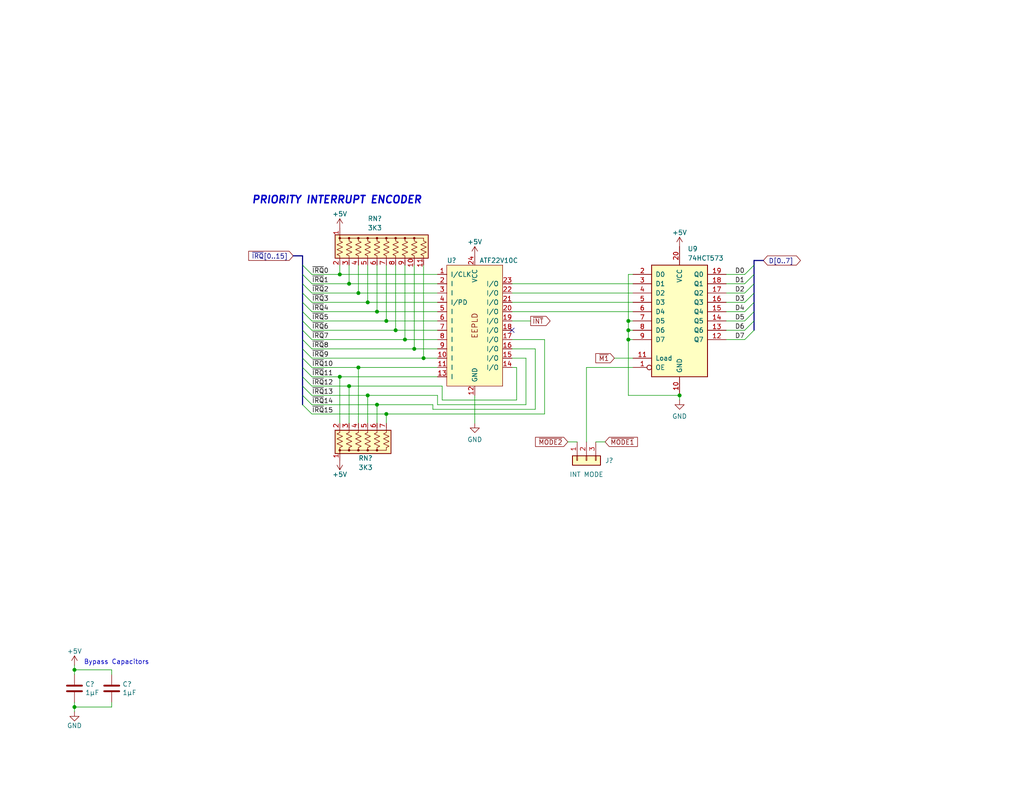
<source format=kicad_sch>
(kicad_sch (version 20230121) (generator eeschema)
  (paper "USLetter")
  (title_block (title "Priority Interrupt Encoder") (date "2023-09-08") (rev "2.12") (company "Frédéric Segard") (comment 1 "@microhobbyist") (comment 4 "Thank you to John Winans for his inspiration, as well as Grant Searle and Sergey Kiselev"))
  (lib_symbols
    (symbol "+5V_1" (power) (pin_names (offset 0))
      (property "Value" "+5V_1" (at 0 3.556 0))
      (symbol "+5V_1_0_1"
        (polyline (pts (xy -0.762 1.27) (xy 0 2.54)))
        (polyline (pts (xy 0 0) (xy 0 2.54)))
        (polyline (pts (xy 0 2.54) (xy 0.762 1.27)))
      )
      (symbol "+5V_1_1_1"
        (pin power_in line (at 0 0 90) (length 0) hide (name "+5V") (number "1"))
      )
    )
    (symbol "0_Library:ATF22V10C" (pin_names (offset 1.016))
      (property "Reference" "U" (at -7.62 0 0))
      (property "Value" "ATF22V10C" (at 1.27 0 0))
      (symbol "ATF22V10C_0_0"
        (text "EEPLD" (at 0 -17.78 900) (effects (font (size 1.4986 1.4986))))
      )
      (symbol "ATF22V10C_0_1"
        (rectangle (start -7.62 -1.27) (end 7.62 -34.29) (fill (type background)))
      )
      (symbol "ATF22V10C_1_1"
        (pin input line (at -10.16 -3.81 0) (length 2.54) (name "I/CLK") (number "1"))
        (pin input line (at -10.16 -26.67 0) (length 2.54) (name "I") (number "10"))
        (pin input line (at -10.16 -29.21 0) (length 2.54) (name "I") (number "11"))
        (pin power_in line (at 0 -36.83 90) (length 2.54) (name "GND") (number "12"))
        (pin input line (at -10.16 -31.75 0) (length 2.54) (name "I") (number "13"))
        (pin bidirectional line (at 10.16 -29.21 180) (length 2.54) (name "I/O") (number "14"))
        (pin bidirectional line (at 10.16 -26.67 180) (length 2.54) (name "I/O") (number "15"))
        (pin bidirectional line (at 10.16 -24.13 180) (length 2.54) (name "I/O") (number "16"))
        (pin bidirectional line (at 10.16 -21.59 180) (length 2.54) (name "I/O") (number "17"))
        (pin bidirectional line (at 10.16 -19.05 180) (length 2.54) (name "I/O") (number "18"))
        (pin bidirectional line (at 10.16 -16.51 180) (length 2.54) (name "I/O") (number "19"))
        (pin input line (at -10.16 -6.35 0) (length 2.54) (name "I") (number "2"))
        (pin bidirectional line (at 10.16 -13.97 180) (length 2.54) (name "I/O") (number "20"))
        (pin bidirectional line (at 10.16 -11.43 180) (length 2.54) (name "I/O") (number "21"))
        (pin bidirectional line (at 10.16 -8.89 180) (length 2.54) (name "I/O") (number "22"))
        (pin bidirectional line (at 10.16 -6.35 180) (length 2.54) (name "I/O") (number "23"))
        (pin power_in line (at 0 1.27 270) (length 2.54) (name "VCC") (number "24"))
        (pin input line (at -10.16 -8.89 0) (length 2.54) (name "I") (number "3"))
        (pin input line (at -10.16 -11.43 0) (length 2.54) (name "I/PD") (number "4"))
        (pin input line (at -10.16 -13.97 0) (length 2.54) (name "I") (number "5"))
        (pin input line (at -10.16 -16.51 0) (length 2.54) (name "I") (number "6"))
        (pin input line (at -10.16 -19.05 0) (length 2.54) (name "I") (number "7"))
        (pin input line (at -10.16 -21.59 0) (length 2.54) (name "I") (number "8"))
        (pin input line (at -10.16 -24.13 0) (length 2.54) (name "I") (number "9"))
      )
    )
    (symbol "74xx:74LS573" (pin_names (offset 1.016))
      (property "Reference" "U" (at -7.62 16.51 0))
      (property "Value" "74LS573" (at -7.62 -16.51 0))
      (symbol "74LS573_1_0"
        (pin input inverted (at -12.7 -12.7 0) (length 5.08) (name "OE") (number "1"))
        (pin power_in line (at 0 -20.32 90) (length 5.08) (name "GND") (number "10"))
        (pin input line (at -12.7 -10.16 0) (length 5.08) (name "Load") (number "11"))
        (pin tri_state line (at 12.7 -5.08 180) (length 5.08) (name "Q7") (number "12"))
        (pin tri_state line (at 12.7 -2.54 180) (length 5.08) (name "Q6") (number "13"))
        (pin tri_state line (at 12.7 0 180) (length 5.08) (name "Q5") (number "14"))
        (pin tri_state line (at 12.7 2.54 180) (length 5.08) (name "Q4") (number "15"))
        (pin tri_state line (at 12.7 5.08 180) (length 5.08) (name "Q3") (number "16"))
        (pin tri_state line (at 12.7 7.62 180) (length 5.08) (name "Q2") (number "17"))
        (pin tri_state line (at 12.7 10.16 180) (length 5.08) (name "Q1") (number "18"))
        (pin tri_state line (at 12.7 12.7 180) (length 5.08) (name "Q0") (number "19"))
        (pin input line (at -12.7 12.7 0) (length 5.08) (name "D0") (number "2"))
        (pin power_in line (at 0 20.32 270) (length 5.08) (name "VCC") (number "20"))
        (pin input line (at -12.7 10.16 0) (length 5.08) (name "D1") (number "3"))
        (pin input line (at -12.7 7.62 0) (length 5.08) (name "D2") (number "4"))
        (pin input line (at -12.7 5.08 0) (length 5.08) (name "D3") (number "5"))
        (pin input line (at -12.7 2.54 0) (length 5.08) (name "D4") (number "6"))
        (pin input line (at -12.7 0 0) (length 5.08) (name "D5") (number "7"))
        (pin input line (at -12.7 -2.54 0) (length 5.08) (name "D6") (number "8"))
        (pin input line (at -12.7 -5.08 0) (length 5.08) (name "D7") (number "9"))
      )
      (symbol "74LS573_1_1"
        (rectangle (start -7.62 15.24) (end 7.62 -15.24) (stroke (width 0.254)) (fill (type background)))
      )
    )
    (symbol "Connector_Generic:Conn_01x03" (pin_names (offset 1.016) hide)
      (property "Reference" "J" (at 0 5.08 0))
      (property "Value" "Conn_01x03" (at 0 -5.08 0))
      (symbol "Conn_01x03_1_1"
        (rectangle (start -1.27 -2.413) (end 0 -2.667) (stroke (width 0.1524)))
        (rectangle (start -1.27 0.127) (end 0 -0.127) (stroke (width 0.1524)))
        (rectangle (start -1.27 2.667) (end 0 2.413) (stroke (width 0.1524)))
        (rectangle (start -1.27 3.81) (end 1.27 -3.81) (stroke (width 0.254)) (fill (type background)))
        (pin passive line (at -5.08 2.54 0) (length 3.81) (name "Pin_1") (number "1"))
        (pin passive line (at -5.08 0 0) (length 3.81) (name "Pin_2") (number "2"))
        (pin passive line (at -5.08 -2.54 0) (length 3.81) (name "Pin_3") (number "3"))
      )
    )
    (symbol "Device:C" (pin_numbers hide) (pin_names (offset 0.254))
      (property "Reference" "C" (at 0.635 2.54 0))
      (property "Value" "C" (at 0.635 -2.54 0))
      (symbol "C_0_1"
        (polyline (pts (xy -2.032 -0.762) (xy 2.032 -0.762)) (stroke (width 0.508)))
        (polyline (pts (xy -2.032 0.762) (xy 2.032 0.762)) (stroke (width 0.508)))
      )
      (symbol "C_1_1"
        (pin passive line (at 0 3.81 270) (length 2.794) (name "~") (number "1"))
        (pin passive line (at 0 -3.81 90) (length 2.794) (name "~") (number "2"))
      )
    )
    (symbol "Device:R_Network06_US" (pin_names (offset 0) hide)
      (property "Reference" "RN" (at -10.16 0 90))
      (property "Value" "R_Network06_US" (at 7.62 0 90))
      (symbol "R_Network06_US_0_1"
        (rectangle (start -8.89 -3.175) (end 6.35 3.175) (stroke (width 0.254)) (fill (type background)))
        (circle (center -7.62 2.286) (radius 0.254) (fill (type outline)))
        (circle (center -5.08 2.286) (radius 0.254) (fill (type outline)))
        (circle (center -2.54 2.286) (radius 0.254) (fill (type outline)))
        (polyline (pts (xy -7.62 2.286) (xy 5.08 2.286)))
        (polyline (pts (xy -7.62 2.286) (xy -7.62 1.524) (xy -6.858 1.1684) (xy -8.382 0.508) (xy -6.858 -0.1524) (xy -8.382 -0.8382) (xy -6.858 -1.524) (xy -8.382 -2.1844) (xy -7.62 -2.54) (xy -7.62 -3.81)))
        (polyline (pts (xy -5.08 2.286) (xy -5.08 1.524) (xy -4.318 1.1684) (xy -5.842 0.508) (xy -4.318 -0.1524) (xy -5.842 -0.8382) (xy -4.318 -1.524) (xy -5.842 -2.1844) (xy -5.08 -2.54) (xy -5.08 -3.81)))
        (polyline (pts (xy -2.54 2.286) (xy -2.54 1.524) (xy -1.778 1.1684) (xy -3.302 0.508) (xy -1.778 -0.1524) (xy -3.302 -0.8382) (xy -1.778 -1.524) (xy -3.302 -2.1844) (xy -2.54 -2.54) (xy -2.54 -3.81)))
        (polyline (pts (xy 0 2.286) (xy 0 1.524) (xy 0.762 1.1684) (xy -0.762 0.508) (xy 0.762 -0.1524) (xy -0.762 -0.8382) (xy 0.762 -1.524) (xy -0.762 -2.1844) (xy 0 -2.54) (xy 0 -3.81)))
        (polyline (pts (xy 2.54 2.286) (xy 2.54 1.524) (xy 3.302 1.1684) (xy 1.778 0.508) (xy 3.302 -0.1524) (xy 1.778 -0.8382) (xy 3.302 -1.524) (xy 1.778 -2.1844) (xy 2.54 -2.54) (xy 2.54 -3.81)))
        (polyline (pts (xy 5.08 2.286) (xy 5.08 1.524) (xy 5.842 1.1684) (xy 4.318 0.508) (xy 5.842 -0.1524) (xy 4.318 -0.8382) (xy 5.842 -1.524) (xy 4.318 -2.1844) (xy 5.08 -2.54) (xy 5.08 -3.81)))
        (circle (center 0 2.286) (radius 0.254) (fill (type outline)))
        (circle (center 2.54 2.286) (radius 0.254) (fill (type outline)))
      )
      (symbol "R_Network06_US_1_1"
        (pin passive line (at -7.62 5.08 270) (length 2.54) (name "common") (number "1"))
        (pin passive line (at -7.62 -5.08 90) (length 1.27) (name "R1") (number "2"))
        (pin passive line (at -5.08 -5.08 90) (length 1.27) (name "R2") (number "3"))
        (pin passive line (at -2.54 -5.08 90) (length 1.27) (name "R3") (number "4"))
        (pin passive line (at 0 -5.08 90) (length 1.27) (name "R4") (number "5"))
        (pin passive line (at 2.54 -5.08 90) (length 1.27) (name "R5") (number "6"))
        (pin passive line (at 5.08 -5.08 90) (length 1.27) (name "R6") (number "7"))
      )
    )
    (symbol "Device:R_Network10_US" (pin_names (offset 0) hide)
      (property "Reference" "RN" (at -15.24 0 90))
      (property "Value" "R_Network10_US" (at 12.7 0 90))
      (symbol "R_Network10_US_0_1"
        (rectangle (start -13.97 -3.175) (end 11.43 3.175) (stroke (width 0.254)) (fill (type background)))
        (circle (center -12.7 2.286) (radius 0.254) (fill (type outline)))
        (circle (center -10.16 2.286) (radius 0.254) (fill (type outline)))
        (circle (center -7.62 2.286) (radius 0.254) (fill (type outline)))
        (circle (center -5.08 2.286) (radius 0.254) (fill (type outline)))
        (circle (center -2.54 2.286) (radius 0.254) (fill (type outline)))
        (polyline (pts (xy -12.7 2.286) (xy 10.16 2.286)))
        (polyline (pts (xy -12.7 2.286) (xy -12.7 1.524) (xy -11.938 1.1684) (xy -13.462 0.508) (xy -11.938 -0.1524) (xy -13.462 -0.8382) (xy -11.938 -1.524) (xy -13.462 -2.1844) (xy -12.7 -2.54) (xy -12.7 -3.81)))
        (polyline (pts (xy -10.16 2.286) (xy -10.16 1.524) (xy -9.398 1.1684) (xy -10.922 0.508) (xy -9.398 -0.1524) (xy -10.922 -0.8382) (xy -9.398 -1.524) (xy -10.922 -2.1844) (xy -10.16 -2.54) (xy -10.16 -3.81)))
        (polyline (pts (xy -7.62 2.286) (xy -7.62 1.524) (xy -6.858 1.1684) (xy -8.382 0.508) (xy -6.858 -0.1524) (xy -8.382 -0.8382) (xy -6.858 -1.524) (xy -8.382 -2.1844) (xy -7.62 -2.54) (xy -7.62 -3.81)))
        (polyline (pts (xy -5.08 2.286) (xy -5.08 1.524) (xy -4.318 1.1684) (xy -5.842 0.508) (xy -4.318 -0.1524) (xy -5.842 -0.8382) (xy -4.318 -1.524) (xy -5.842 -2.1844) (xy -5.08 -2.54) (xy -5.08 -3.81)))
        (polyline (pts (xy -2.54 2.286) (xy -2.54 1.524) (xy -1.778 1.1684) (xy -3.302 0.508) (xy -1.778 -0.1524) (xy -3.302 -0.8382) (xy -1.778 -1.524) (xy -3.302 -2.1844) (xy -2.54 -2.54) (xy -2.54 -3.81)))
        (polyline (pts (xy 0 2.286) (xy 0 1.524) (xy 0.762 1.1684) (xy -0.762 0.508) (xy 0.762 -0.1524) (xy -0.762 -0.8382) (xy 0.762 -1.524) (xy -0.762 -2.1844) (xy 0 -2.54) (xy 0 -3.81)))
        (polyline (pts (xy 2.54 2.286) (xy 2.54 1.524) (xy 3.302 1.1684) (xy 1.778 0.508) (xy 3.302 -0.1524) (xy 1.778 -0.8382) (xy 3.302 -1.524) (xy 1.778 -2.1844) (xy 2.54 -2.54) (xy 2.54 -3.81)))
        (polyline (pts (xy 5.08 2.286) (xy 5.08 1.524) (xy 5.842 1.1684) (xy 4.318 0.508) (xy 5.842 -0.1524) (xy 4.318 -0.8382) (xy 5.842 -1.524) (xy 4.318 -2.1844) (xy 5.08 -2.54) (xy 5.08 -3.81)))
        (polyline (pts (xy 7.62 2.286) (xy 7.62 1.524) (xy 8.382 1.1684) (xy 6.858 0.508) (xy 8.382 -0.1524) (xy 6.858 -0.8382) (xy 8.382 -1.524) (xy 6.858 -2.1844) (xy 7.62 -2.54) (xy 7.62 -3.81)))
        (polyline (pts (xy 10.16 2.286) (xy 10.16 1.524) (xy 10.922 1.1684) (xy 9.398 0.508) (xy 10.922 -0.1524) (xy 9.398 -0.8382) (xy 10.922 -1.524) (xy 9.398 -2.1844) (xy 10.16 -2.54) (xy 10.16 -3.81)))
        (circle (center 0 2.286) (radius 0.254) (fill (type outline)))
        (circle (center 2.54 2.286) (radius 0.254) (fill (type outline)))
        (circle (center 5.08 2.286) (radius 0.254) (fill (type outline)))
        (circle (center 7.62 2.286) (radius 0.254) (fill (type outline)))
      )
      (symbol "R_Network10_US_1_1"
        (pin passive line (at -12.7 5.08 270) (length 2.54) (name "common") (number "1"))
        (pin passive line (at 7.62 -5.08 90) (length 1.27) (name "R9") (number "10"))
        (pin passive line (at 10.16 -5.08 90) (length 1.27) (name "R10") (number "11"))
        (pin passive line (at -12.7 -5.08 90) (length 1.27) (name "R1") (number "2"))
        (pin passive line (at -10.16 -5.08 90) (length 1.27) (name "R2") (number "3"))
        (pin passive line (at -7.62 -5.08 90) (length 1.27) (name "R3") (number "4"))
        (pin passive line (at -5.08 -5.08 90) (length 1.27) (name "R4") (number "5"))
        (pin passive line (at -2.54 -5.08 90) (length 1.27) (name "R5") (number "6"))
        (pin passive line (at 0 -5.08 90) (length 1.27) (name "R6") (number "7"))
        (pin passive line (at 2.54 -5.08 90) (length 1.27) (name "R7") (number "8"))
        (pin passive line (at 5.08 -5.08 90) (length 1.27) (name "R8") (number "9"))
      )
    )
    (symbol "GND_1" (power) (pin_names (offset 0))
      (property "Value" "GND_1" (at 0 -3.81 0))
      (symbol "GND_1_0_1"
        (polyline (pts (xy 0 0) (xy 0 -1.27) (xy 1.27 -1.27) (xy 0 -2.54) (xy -1.27 -1.27) (xy 0 -1.27)))
      )
      (symbol "GND_1_1_1"
        (pin power_in line (at 0 0 270) (length 0) hide (name "GND") (number "1"))
      )
    )
    (symbol "power:GND" (power) (pin_names (offset 0))
      (property "Value" "GND" (at 0 -3.81 0))
      (symbol "GND_0_1"
        (polyline (pts (xy 0 0) (xy 0 -1.27) (xy 1.27 -1.27) (xy 0 -2.54) (xy -1.27 -1.27) (xy 0 -1.27)))
      )
      (symbol "GND_1_1"
        (pin power_in line (at 0 0 270) (length 0) hide (name "GND") (number "1"))
      )
    )
  )
  (junction (at 102.87 110.49))
  (junction (at 102.87 85.09))
  (junction (at 113.03 95.25))
  (junction (at 100.33 82.55))
  (junction (at 110.49 92.71))
  (junction (at 171.45 87.63))
  (junction (at 115.57 97.79))
  (junction (at 171.45 90.17))
  (junction (at 92.71 74.93))
  (junction (at 20.32 193.04))
  (junction (at 97.79 80.01))
  (junction (at 92.71 102.87))
  (junction (at 100.33 107.95))
  (junction (at 97.79 100.33))
  (junction (at 105.41 87.63))
  (junction (at 185.42 107.95))
  (junction (at 105.41 113.03))
  (junction (at 107.95 90.17))
  (junction (at 95.25 105.41))
  (junction (at 171.45 92.71))
  (junction (at 20.32 182.88))
  (junction (at 95.25 77.47))
  (no_connect (at 139.7 90.17))
  (bus_entry (at 203.2 74.93) (size 2.54 -2.54))
  (bus_entry (at 82.55 97.79) (size 2.54 2.54))
  (bus_entry (at 203.2 77.47) (size 2.54 -2.54))
  (bus_entry (at 203.2 90.17) (size 2.54 -2.54))
  (bus_entry (at 203.2 92.71) (size 2.54 -2.54))
  (bus_entry (at 82.55 87.63) (size 2.54 2.54))
  (bus_entry (at 82.55 74.93) (size 2.54 2.54))
  (bus_entry (at 82.55 92.71) (size 2.54 2.54))
  (bus_entry (at 203.2 80.01) (size 2.54 -2.54))
  (bus_entry (at 82.55 90.17) (size 2.54 2.54))
  (bus_entry (at 82.55 107.95) (size 2.54 2.54))
  (bus_entry (at 82.55 77.47) (size 2.54 2.54))
  (bus_entry (at 82.55 105.41) (size 2.54 2.54))
  (bus_entry (at 82.55 100.33) (size 2.54 2.54))
  (bus_entry (at 82.55 95.25) (size 2.54 2.54))
  (bus_entry (at 203.2 87.63) (size 2.54 -2.54))
  (bus_entry (at 82.55 72.39) (size 2.54 2.54))
  (bus_entry (at 82.55 110.49) (size 2.54 2.54))
  (bus_entry (at 82.55 82.55) (size 2.54 2.54))
  (bus_entry (at 203.2 85.09) (size 2.54 -2.54))
  (bus_entry (at 203.2 82.55) (size 2.54 -2.54))
  (bus_entry (at 82.55 80.01) (size 2.54 2.54))
  (bus_entry (at 82.55 85.09) (size 2.54 2.54))
  (bus_entry (at 82.55 102.87) (size 2.54 2.54))
  (bus (pts (xy 82.55 105.41) (xy 82.55 107.95)))
  (wire (pts (xy 97.79 72.39) (xy 97.79 80.01)))
  (wire (pts (xy 171.45 90.17) (xy 172.72 90.17)))
  (wire (pts (xy 105.41 113.03) (xy 105.41 115.57)))
  (bus (pts (xy 82.55 102.87) (xy 82.55 105.41)))
  (wire (pts (xy 100.33 107.95) (xy 119.38 107.95)))
  (wire (pts (xy 160.02 100.33) (xy 160.02 120.65)))
  (wire (pts (xy 129.54 107.95) (xy 129.54 115.57)))
  (wire (pts (xy 97.79 100.33) (xy 97.79 115.57)))
  (wire (pts (xy 85.09 100.33) (xy 97.79 100.33)))
  (wire (pts (xy 92.71 102.87) (xy 92.71 115.57)))
  (wire (pts (xy 157.48 120.65) (xy 154.94 120.65)))
  (wire (pts (xy 139.7 82.55) (xy 172.72 82.55)))
  (wire (pts (xy 143.51 97.79) (xy 139.7 97.79)))
  (wire (pts (xy 160.02 100.33) (xy 172.72 100.33)))
  (wire (pts (xy 172.72 74.93) (xy 171.45 74.93)))
  (wire (pts (xy 118.11 110.49) (xy 118.11 111.76)))
  (bus (pts (xy 82.55 90.17) (xy 82.55 92.71)))
  (wire (pts (xy 139.7 87.63) (xy 144.78 87.63)))
  (bus (pts (xy 205.74 85.09) (xy 205.74 82.55)))
  (bus (pts (xy 205.74 82.55) (xy 205.74 80.01)))
  (wire (pts (xy 185.42 107.95) (xy 185.42 109.22)))
  (bus (pts (xy 205.74 90.17) (xy 205.74 87.63)))
  (wire (pts (xy 20.32 193.04) (xy 30.48 193.04)))
  (wire (pts (xy 113.03 95.25) (xy 119.38 95.25)))
  (wire (pts (xy 95.25 77.47) (xy 119.38 77.47)))
  (wire (pts (xy 85.09 82.55) (xy 100.33 82.55)))
  (wire (pts (xy 171.45 92.71) (xy 171.45 107.95)))
  (wire (pts (xy 85.09 107.95) (xy 100.33 107.95)))
  (bus (pts (xy 82.55 97.79) (xy 82.55 100.33)))
  (bus (pts (xy 205.74 77.47) (xy 205.74 74.93)))
  (wire (pts (xy 20.32 181.61) (xy 20.32 182.88)))
  (wire (pts (xy 139.7 77.47) (xy 172.72 77.47)))
  (bus (pts (xy 82.55 77.47) (xy 82.55 74.93)))
  (wire (pts (xy 143.51 110.49) (xy 143.51 97.79)))
  (wire (pts (xy 171.45 74.93) (xy 171.45 87.63)))
  (bus (pts (xy 82.55 85.09) (xy 82.55 82.55)))
  (wire (pts (xy 85.09 113.03) (xy 105.41 113.03)))
  (wire (pts (xy 146.05 95.25) (xy 139.7 95.25)))
  (wire (pts (xy 85.09 90.17) (xy 107.95 90.17)))
  (wire (pts (xy 85.09 77.47) (xy 95.25 77.47)))
  (wire (pts (xy 20.32 191.77) (xy 20.32 193.04)))
  (wire (pts (xy 105.41 72.39) (xy 105.41 87.63)))
  (wire (pts (xy 110.49 72.39) (xy 110.49 92.71)))
  (wire (pts (xy 148.59 92.71) (xy 139.7 92.71)))
  (wire (pts (xy 198.12 90.17) (xy 203.2 90.17)))
  (bus (pts (xy 205.74 74.93) (xy 205.74 72.39)))
  (bus (pts (xy 82.55 100.33) (xy 82.55 102.87)))
  (wire (pts (xy 30.48 182.88) (xy 20.32 182.88)))
  (bus (pts (xy 82.55 80.01) (xy 82.55 77.47)))
  (bus (pts (xy 82.55 92.71) (xy 82.55 95.25)))
  (wire (pts (xy 102.87 110.49) (xy 102.87 115.57)))
  (wire (pts (xy 171.45 87.63) (xy 171.45 90.17)))
  (bus (pts (xy 82.55 74.93) (xy 82.55 72.39)))
  (bus (pts (xy 205.74 80.01) (xy 205.74 77.47)))
  (wire (pts (xy 139.7 80.01) (xy 172.72 80.01)))
  (wire (pts (xy 30.48 184.15) (xy 30.48 182.88)))
  (wire (pts (xy 198.12 85.09) (xy 203.2 85.09)))
  (wire (pts (xy 95.25 72.39) (xy 95.25 77.47)))
  (bus (pts (xy 205.74 72.39) (xy 205.74 71.12)))
  (wire (pts (xy 171.45 107.95) (xy 185.42 107.95)))
  (bus (pts (xy 80.01 69.85) (xy 82.55 69.85)))
  (wire (pts (xy 20.32 182.88) (xy 20.32 184.15)))
  (wire (pts (xy 85.09 102.87) (xy 92.71 102.87)))
  (bus (pts (xy 205.74 71.12) (xy 208.28 71.12)))
  (wire (pts (xy 102.87 72.39) (xy 102.87 85.09)))
  (wire (pts (xy 118.11 111.76) (xy 146.05 111.76)))
  (wire (pts (xy 30.48 191.77) (xy 30.48 193.04)))
  (wire (pts (xy 198.12 77.47) (xy 203.2 77.47)))
  (wire (pts (xy 162.56 120.65) (xy 165.1 120.65)))
  (wire (pts (xy 140.97 109.22) (xy 140.97 100.33)))
  (wire (pts (xy 139.7 85.09) (xy 172.72 85.09)))
  (wire (pts (xy 120.65 105.41) (xy 120.65 109.22)))
  (wire (pts (xy 146.05 111.76) (xy 146.05 95.25)))
  (wire (pts (xy 100.33 72.39) (xy 100.33 82.55)))
  (wire (pts (xy 171.45 90.17) (xy 171.45 92.71)))
  (wire (pts (xy 100.33 82.55) (xy 119.38 82.55)))
  (wire (pts (xy 119.38 110.49) (xy 143.51 110.49)))
  (bus (pts (xy 82.55 72.39) (xy 82.55 69.85)))
  (wire (pts (xy 100.33 107.95) (xy 100.33 115.57)))
  (wire (pts (xy 85.09 87.63) (xy 105.41 87.63)))
  (wire (pts (xy 167.64 97.79) (xy 172.72 97.79)))
  (wire (pts (xy 171.45 87.63) (xy 172.72 87.63)))
  (wire (pts (xy 92.71 102.87) (xy 119.38 102.87)))
  (wire (pts (xy 85.09 110.49) (xy 102.87 110.49)))
  (wire (pts (xy 85.09 74.93) (xy 92.71 74.93)))
  (wire (pts (xy 20.32 193.04) (xy 20.32 194.31)))
  (wire (pts (xy 85.09 95.25) (xy 113.03 95.25)))
  (wire (pts (xy 105.41 113.03) (xy 148.59 113.03)))
  (wire (pts (xy 115.57 72.39) (xy 115.57 97.79)))
  (bus (pts (xy 205.74 87.63) (xy 205.74 85.09)))
  (wire (pts (xy 97.79 80.01) (xy 119.38 80.01)))
  (wire (pts (xy 85.09 105.41) (xy 95.25 105.41)))
  (wire (pts (xy 85.09 85.09) (xy 102.87 85.09)))
  (bus (pts (xy 82.55 90.17) (xy 82.55 87.63)))
  (wire (pts (xy 115.57 97.79) (xy 119.38 97.79)))
  (wire (pts (xy 85.09 92.71) (xy 110.49 92.71)))
  (wire (pts (xy 148.59 113.03) (xy 148.59 92.71)))
  (wire (pts (xy 97.79 100.33) (xy 119.38 100.33)))
  (wire (pts (xy 120.65 109.22) (xy 140.97 109.22)))
  (bus (pts (xy 82.55 107.95) (xy 82.55 110.49)))
  (bus (pts (xy 82.55 95.25) (xy 82.55 97.79)))
  (wire (pts (xy 110.49 92.71) (xy 119.38 92.71)))
  (wire (pts (xy 105.41 87.63) (xy 119.38 87.63)))
  (wire (pts (xy 198.12 74.93) (xy 203.2 74.93)))
  (wire (pts (xy 107.95 72.39) (xy 107.95 90.17)))
  (bus (pts (xy 82.55 82.55) (xy 82.55 80.01)))
  (wire (pts (xy 107.95 90.17) (xy 119.38 90.17)))
  (wire (pts (xy 85.09 97.79) (xy 115.57 97.79)))
  (wire (pts (xy 140.97 100.33) (xy 139.7 100.33)))
  (wire (pts (xy 92.71 74.93) (xy 119.38 74.93)))
  (wire (pts (xy 198.12 87.63) (xy 203.2 87.63)))
  (wire (pts (xy 171.45 92.71) (xy 172.72 92.71)))
  (wire (pts (xy 95.25 105.41) (xy 120.65 105.41)))
  (wire (pts (xy 198.12 80.01) (xy 203.2 80.01)))
  (wire (pts (xy 95.25 105.41) (xy 95.25 115.57)))
  (bus (pts (xy 82.55 87.63) (xy 82.55 85.09)))
  (wire (pts (xy 92.71 72.39) (xy 92.71 74.93)))
  (wire (pts (xy 198.12 92.71) (xy 203.2 92.71)))
  (wire (pts (xy 198.12 82.55) (xy 203.2 82.55)))
  (wire (pts (xy 102.87 110.49) (xy 118.11 110.49)))
  (wire (pts (xy 85.09 80.01) (xy 97.79 80.01)))
  (wire (pts (xy 102.87 85.09) (xy 119.38 85.09)))
  (wire (pts (xy 119.38 107.95) (xy 119.38 110.49)))
  (wire (pts (xy 113.03 72.39) (xy 113.03 95.25)))
  (text "Bypass Capacitors" (at 22.86 181.61 0) (effects (font (size 1.27 1.27)) (justify left bottom)))
  (text "PRIORITY INTERRUPT ENCODER" (at 68.58 55.88 0) (effects (font (size 2 2) (thickness 0.4) bold italic) (justify left bottom)))
  (label "~{IRQ}12" (at 85.09 105.41 0))
  (label "~{IRQ}2" (at 85.09 80.01 0))
  (label "D1" (at 203.2 77.47 180))
  (label "~{IRQ}8" (at 85.09 95.25 0))
  (label "D0" (at 203.2 74.93 180))
  (label "D3" (at 203.2 82.55 180))
  (label "D5" (at 203.2 87.63 180))
  (label "~{IRQ}4" (at 85.09 85.09 0))
  (label "~{IRQ}11" (at 85.09 102.87 0))
  (label "~{IRQ}7" (at 85.09 92.71 0))
  (label "D7" (at 203.2 92.71 180))
  (label "D2" (at 203.2 80.01 180))
  (label "D4" (at 203.2 85.09 180))
  (label "~{IRQ}15" (at 85.09 113.03 0))
  (label "~{IRQ}14" (at 85.09 110.49 0))
  (label "~{IRQ}1" (at 85.09 77.47 0))
  (label "~{IRQ}3" (at 85.09 82.55 0))
  (label "~{IRQ}0" (at 85.09 74.93 0))
  (label "~{IRQ}13" (at 85.09 107.95 0))
  (label "~{IRQ}10" (at 85.09 100.33 0))
  (label "~{IRQ}6" (at 85.09 90.17 0))
  (label "~{IRQ}9" (at 85.09 97.79 0))
  (label "D6" (at 203.2 90.17 180))
  (label "~{IRQ}5" (at 85.09 87.63 0))
  (global_label "~{MODE1}" (shape input) (at 165.1 120.65 0) (property "Intersheetrefs" "${INTERSHEET_REFS}" (effects hide)))
  (global_label "D[0..7]" (shape bidirectional) (at 208.28 71.12 0) (property "Intersheetrefs" "${INTERSHEET_REFS}" (effects hide)))
  (global_label "~{MODE2}" (shape input) (at 154.94 120.65 180) (property "Intersheetrefs" "${INTERSHEET_REFS}" (effects hide)))
  (global_label "~{INT}" (shape output) (at 144.78 87.63 0) (property "Intersheetrefs" "${INTERSHEET_REFS}" (effects hide)))
  (global_label "~{IRQ}[0..15]" (shape input) (at 80.01 69.85 180) (property "Intersheetrefs" "${INTERSHEET_REFS}" (effects hide)))
  (global_label "~{M1}" (shape input) (at 167.64 97.79 180) (property "Intersheetrefs" "${INTERSHEET_REFS}" (effects hide)))
  (symbol (lib_name "+5V_1") (lib_id "power:+5V") (at 185.42 67.31 0) (unit 1)
    (property "Reference" "#PWR?" (effects hide))
    (property "Value" "+5V" (at 185.42 63.5 0))
    (instances (project "1 - Main CPU board with basic peripherals (rev5)" (path "" (reference "#PWR?") (unit 1)) (path "" (reference "#PWR?") (unit 1))) (project "2 - CPU and core components (Rev 2.2)" (path "" (reference "#PWR?") (unit 1)) (path "" (reference "#PWR?") (unit 1)) (path "" (reference "#PWR033") (unit 1))))
  )
  (symbol (lib_id "Device:C") (at 20.32 187.96 0) (unit 1)
    (property "Reference" "C?" (at 23.241 186.7916 0) (effects (justify left)))
    (property "Value" "1µF" (at 23.241 189.103 0) (effects (justify left)))
    (property "Footprint" "Capacitor_THT:C_Disc_D3.0mm_W1.6mm_P2.50mm" (effects hide))
    (instances (project "1 - Main CPU board with basic peripherals (rev5)" (path "" (reference "C?") (unit 1)) (path "" (reference "C?") (unit 1))) (project "2 - CPU and memory card with the essential peripherals" (path "" (reference "C?") (unit 1))) (project "3 - Quad Serial card v3" (path "" (reference "C?") (unit 1)) (path "" (reference "C?") (unit 1))) (project "2 - CPU and core components (Rev 2.2)" (path "" (reference "C?") (unit 1)) (path "" (reference "C?") (unit 1)) (path "" (reference "C10") (unit 1))))
  )
  (symbol (lib_name "+5V_1") (lib_id "power:+5V") (at 20.32 181.61 0) (unit 1)
    (property "Reference" "#PWR?" (effects hide))
    (property "Value" "+5V" (at 20.32 177.8 0))
    (instances (project "1 - Main CPU board with basic peripherals (rev5)" (path "" (reference "#PWR?") (unit 1)) (path "" (reference "#PWR?") (unit 1))) (project "2 - CPU and memory card with the essential peripherals" (path "" (reference "#PWR?") (unit 1))) (project "3 - Quad Serial card v3" (path "" (reference "#PWR?") (unit 1)) (path "" (reference "#PWR?") (unit 1))) (project "2 - CPU and core components (Rev 2.2)" (path "" (reference "#PWR?") (unit 1)) (path "" (reference "#PWR?") (unit 1)) (path "" (reference "#PWR038") (unit 1))))
  )
  (symbol (lib_id "Device:R_Network06_US") (at 100.33 120.65 0) (mirror x) (unit 1)
    (property "Reference" "RN?" (at 97.79 125.095 0) (effects (justify left)))
    (property "Value" "3K3" (at 97.79 127.635 0) (effects (justify left)))
    (property "Footprint" "Resistor_THT:R_Array_SIP7" (effects hide))
    (property "Datasheet" "http://www.vishay.com/docs/31509/csc.pdf" (effects hide))
    (instances (project "1 - Main CPU board with basic peripherals (rev5)" (path "" (reference "RN?") (unit 1))) (project "2 - CPU and core components (Rev 2.2)" (path "" (reference "RN?") (unit 1)) (path "" (reference "RN?") (unit 1)) (path "" (reference "RN3") (unit 1))))
  )
  (symbol (lib_name "+5V_1") (lib_id "power:+5V") (at 92.71 125.73 0) (mirror x) (unit 1)
    (property "Reference" "#PWR?" (effects hide))
    (property "Value" "+5V" (at 92.71 129.54 0))
    (instances (project "1 - Main CPU board with basic peripherals (rev5)" (path "" (reference "#PWR?") (unit 1)) (path "" (reference "#PWR?") (unit 1))) (project "2 - CPU and core components (Rev 2.2)" (path "" (reference "#PWR?") (unit 1)) (path "" (reference "#PWR?") (unit 1)) (path "" (reference "#PWR037") (unit 1))))
  )
  (symbol (lib_id "74xx:74LS573") (at 185.42 87.63 0) (unit 1)
    (property "Reference" "U9" (at 187.6141 67.945 0) (effects (justify left)))
    (property "Value" "74HCT573" (at 187.6141 70.485 0) (effects (justify left)))
    (property "Footprint" "Package_DIP:DIP-20_W7.62mm_Socket" (effects hide))
    (property "Datasheet" "74xx/74hc573.pdf" (effects hide))
  )
  (symbol (lib_id "0_Library:ATF22V10C") (at 129.54 71.12 0) (unit 1)
    (property "Reference" "U?" (at 121.92 71.12 0) (effects (justify left)))
    (property "Value" "ATF22V10C" (at 130.81 71.12 0) (effects (justify left)))
    (property "Footprint" "Package_DIP:DIP-24_W7.62mm_Socket" (effects hide))
    (property "Datasheet" "http://ww1.microchip.com/downloads/en/DeviceDoc/doc0735.pdf" (effects hide))
    (instances (project "2 - CPU and core components (Rev 2.2)" (path "" (reference "U?") (unit 1)) (path "" (reference "U8") (unit 1))))
  )
  (symbol (lib_id "Device:C") (at 30.48 187.96 0) (unit 1)
    (property "Reference" "C?" (at 33.401 186.7916 0) (effects (justify left)))
    (property "Value" "1µF" (at 33.401 189.103 0) (effects (justify left)))
    (property "Footprint" "Capacitor_THT:C_Disc_D3.0mm_W1.6mm_P2.50mm" (effects hide))
    (instances (project "1 - Main CPU board with basic peripherals (rev5)" (path "" (reference "C?") (unit 1)) (path "" (reference "C?") (unit 1))) (project "2 - CPU and memory card with the essential peripherals" (path "" (reference "C?") (unit 1))) (project "3 - Quad Serial card v3" (path "" (reference "C?") (unit 1)) (path "" (reference "C?") (unit 1))) (project "2 - CPU and core components (Rev 2.2)" (path "" (reference "C?") (unit 1)) (path "" (reference "C?") (unit 1)) (path "" (reference "C11") (unit 1))))
  )
  (symbol (lib_id "power:GND") (at 185.42 109.22 0) (unit 1)
    (property "Reference" "#PWR?" (effects hide))
    (property "Value" "GND" (at 185.42 113.6634 0))
    (instances (project "1 - Main CPU board with basic peripherals (rev5)" (path "" (reference "#PWR?") (unit 1))) (project "2 - CPU and core components (Rev 2.2)" (path "" (reference "#PWR?") (unit 1)) (path "" (reference "#PWR?") (unit 1)) (path "" (reference "#PWR035") (unit 1))))
  )
  (symbol (lib_id "Connector_Generic:Conn_01x03") (at 160.02 125.73 90) (mirror x) (unit 1)
    (property "Reference" "J?" (at 165.1 125.73 90) (effects (justify right)))
    (property "Value" "INT MODE" (at 160.02 129.54 90))
    (property "Footprint" "Connector_PinHeader_2.54mm:PinHeader_1x03_P2.54mm_Vertical" (effects hide))
    (instances (project "2 - CPU and core components (Rev 2.2)" (path "" (reference "J?") (unit 1)) (path "" (reference "J2") (unit 1))))
  )
  (symbol (lib_name "+5V_1") (lib_id "power:+5V") (at 92.71 62.23 0) (unit 1)
    (property "Reference" "#PWR?" (effects hide))
    (property "Value" "+5V" (at 92.71 58.42 0))
    (instances (project "1 - Main CPU board with basic peripherals (rev5)" (path "" (reference "#PWR?") (unit 1)) (path "" (reference "#PWR?") (unit 1))) (project "2 - CPU and core components (Rev 2.2)" (path "" (reference "#PWR?") (unit 1)) (path "" (reference "#PWR?") (unit 1)) (path "" (reference "#PWR032") (unit 1))))
  )
  (symbol (lib_id "Device:R_Network10_US") (at 105.41 67.31 0) (unit 1)
    (property "Reference" "RN?" (at 100.33 59.69 0) (effects (justify left)))
    (property "Value" "3K3" (at 100.33 62.23 0) (effects (justify left)))
    (property "Footprint" "Resistor_THT:R_Array_SIP11" (effects hide))
    (property "Datasheet" "http://www.vishay.com/docs/31509/csc.pdf" (effects hide))
    (instances (project "1 - Main CPU board with basic peripherals (rev5)" (path "" (reference "RN?") (unit 1))) (project "2 - CPU and core components (Rev 2.2)" (path "" (reference "RN?") (unit 1)) (path "" (reference "RN?") (unit 1)) (path "" (reference "RN2") (unit 1))))
  )
  (symbol (lib_name "+5V_1") (lib_id "power:+5V") (at 129.54 69.85 0) (unit 1)
    (property "Reference" "#PWR?" (effects hide))
    (property "Value" "+5V" (at 129.54 66.04 0))
    (instances (project "1 - Main CPU board with basic peripherals (rev5)" (path "" (reference "#PWR?") (unit 1)) (path "" (reference "#PWR?") (unit 1))) (project "2 - CPU and core components (Rev 2.2)" (path "" (reference "#PWR?") (unit 1)) (path "" (reference "#PWR?") (unit 1)) (path "" (reference "#PWR034") (unit 1))))
  )
  (symbol (lib_name "GND_1") (lib_id "power:GND") (at 20.32 194.31 0) (unit 1)
    (property "Reference" "#PWR?" (effects hide))
    (property "Value" "GND" (at 20.32 198.12 0))
    (instances (project "1 - Main CPU board with basic peripherals (rev5)" (path "" (reference "#PWR?") (unit 1)) (path "" (reference "#PWR?") (unit 1))) (project "2 - CPU and memory card with the essential peripherals" (path "" (reference "#PWR?") (unit 1))) (project "3 - Quad Serial card v3" (path "" (reference "#PWR?") (unit 1)) (path "" (reference "#PWR?") (unit 1))) (project "2 - CPU and core components (Rev 2.2)" (path "" (reference "#PWR?") (unit 1)) (path "" (reference "#PWR?") (unit 1)) (path "" (reference "#PWR039") (unit 1))))
  )
  (symbol (lib_id "power:GND") (at 129.54 115.57 0) (unit 1)
    (property "Reference" "#PWR?" (effects hide))
    (property "Value" "GND" (at 129.54 120.0134 0))
    (instances (project "1 - Main CPU board with basic peripherals (rev5)" (path "" (reference "#PWR?") (unit 1))) (project "2 - CPU and core components (Rev 2.2)" (path "" (reference "#PWR?") (unit 1)) (path "" (reference "#PWR?") (unit 1)) (path "" (reference "#PWR036") (unit 1))))
  )
)
</source>
